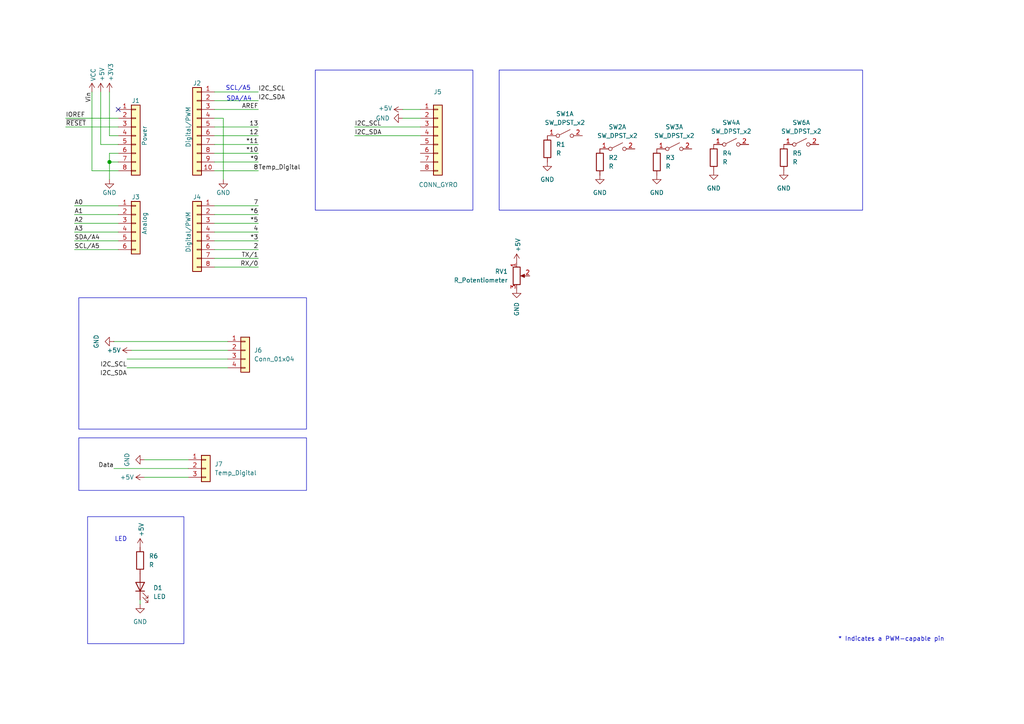
<source format=kicad_sch>
(kicad_sch (version 20231120) (generator "eeschema") (generator_version "8.0")
  (paper "A4")
  (title_block (title "Uno Shield thermal pro") (date "2025-01-27") (rev "1.0") (company "Ali G"))
  (lib_symbols
    (symbol "+5V_2" (power) (pin_numbers hide) (pin_names (offset 0) hide)
      (property "Value" "+5V" (at 0 3.556 0))
      (symbol "+5V_2_0_1"
        (polyline (pts (xy -0.762 1.27) (xy 0 2.54)))
        (polyline (pts (xy 0 0) (xy 0 2.54)))
        (polyline (pts (xy 0 2.54) (xy 0.762 1.27)))
      )
      (symbol "+5V_2_1_1"
        (pin power_in line (at 0 0 90) (length 0) (name "~") (number "1"))
      )
    )
    (symbol "Connector_Generic:Conn_01x03" (pin_names (offset 1.016) hide)
      (property "Reference" "J" (at 0 5.08 0))
      (property "Value" "Conn_01x03" (at 0 -5.08 0))
      (symbol "Conn_01x03_1_1"
        (rectangle (start -1.27 -2.413) (end 0 -2.667) (stroke (width 0.1524)))
        (rectangle (start -1.27 0.127) (end 0 -0.127) (stroke (width 0.1524)))
        (rectangle (start -1.27 2.667) (end 0 2.413) (stroke (width 0.1524)))
        (rectangle (start -1.27 3.81) (end 1.27 -3.81) (stroke (width 0.254)) (fill (type background)))
        (pin passive line (at -5.08 2.54 0) (length 3.81) (name "Pin_1") (number "1"))
        (pin passive line (at -5.08 0 0) (length 3.81) (name "Pin_2") (number "2"))
        (pin passive line (at -5.08 -2.54 0) (length 3.81) (name "Pin_3") (number "3"))
      )
    )
    (symbol "Connector_Generic:Conn_01x04" (pin_names (offset 1.016) hide)
      (property "Reference" "J" (at 0 5.08 0))
      (property "Value" "Conn_01x04" (at 0 -7.62 0))
      (symbol "Conn_01x04_1_1"
        (rectangle (start -1.27 -4.953) (end 0 -5.207) (stroke (width 0.1524)))
        (rectangle (start -1.27 -2.413) (end 0 -2.667) (stroke (width 0.1524)))
        (rectangle (start -1.27 0.127) (end 0 -0.127) (stroke (width 0.1524)))
        (rectangle (start -1.27 2.667) (end 0 2.413) (stroke (width 0.1524)))
        (rectangle (start -1.27 3.81) (end 1.27 -6.35) (stroke (width 0.254)) (fill (type background)))
        (pin passive line (at -5.08 2.54 0) (length 3.81) (name "Pin_1") (number "1"))
        (pin passive line (at -5.08 0 0) (length 3.81) (name "Pin_2") (number "2"))
        (pin passive line (at -5.08 -2.54 0) (length 3.81) (name "Pin_3") (number "3"))
        (pin passive line (at -5.08 -5.08 0) (length 3.81) (name "Pin_4") (number "4"))
      )
    )
    (symbol "Connector_Generic:Conn_01x06" (pin_names (offset 1.016) hide)
      (property "Reference" "J" (at 0 7.62 0))
      (property "Value" "Conn_01x06" (at 0 -10.16 0))
      (symbol "Conn_01x06_1_1"
        (rectangle (start -1.27 -7.493) (end 0 -7.747) (stroke (width 0.1524)))
        (rectangle (start -1.27 -4.953) (end 0 -5.207) (stroke (width 0.1524)))
        (rectangle (start -1.27 -2.413) (end 0 -2.667) (stroke (width 0.1524)))
        (rectangle (start -1.27 0.127) (end 0 -0.127) (stroke (width 0.1524)))
        (rectangle (start -1.27 2.667) (end 0 2.413) (stroke (width 0.1524)))
        (rectangle (start -1.27 5.207) (end 0 4.953) (stroke (width 0.1524)))
        (rectangle (start -1.27 6.35) (end 1.27 -8.89) (stroke (width 0.254)) (fill (type background)))
        (pin passive line (at -5.08 5.08 0) (length 3.81) (name "Pin_1") (number "1"))
        (pin passive line (at -5.08 2.54 0) (length 3.81) (name "Pin_2") (number "2"))
        (pin passive line (at -5.08 0 0) (length 3.81) (name "Pin_3") (number "3"))
        (pin passive line (at -5.08 -2.54 0) (length 3.81) (name "Pin_4") (number "4"))
        (pin passive line (at -5.08 -5.08 0) (length 3.81) (name "Pin_5") (number "5"))
        (pin passive line (at -5.08 -7.62 0) (length 3.81) (name "Pin_6") (number "6"))
      )
    )
    (symbol "Connector_Generic:Conn_01x08" (pin_names (offset 1.016) hide)
      (property "Reference" "J" (at 0 10.16 0))
      (property "Value" "Conn_01x08" (at 0 -12.7 0))
      (symbol "Conn_01x08_1_1"
        (rectangle (start -1.27 -10.033) (end 0 -10.287) (stroke (width 0.1524)))
        (rectangle (start -1.27 -7.493) (end 0 -7.747) (stroke (width 0.1524)))
        (rectangle (start -1.27 -4.953) (end 0 -5.207) (stroke (width 0.1524)))
        (rectangle (start -1.27 -2.413) (end 0 -2.667) (stroke (width 0.1524)))
        (rectangle (start -1.27 0.127) (end 0 -0.127) (stroke (width 0.1524)))
        (rectangle (start -1.27 2.667) (end 0 2.413) (stroke (width 0.1524)))
        (rectangle (start -1.27 5.207) (end 0 4.953) (stroke (width 0.1524)))
        (rectangle (start -1.27 7.747) (end 0 7.493) (stroke (width 0.1524)))
        (rectangle (start -1.27 8.89) (end 1.27 -11.43) (stroke (width 0.254)) (fill (type background)))
        (pin passive line (at -5.08 7.62 0) (length 3.81) (name "Pin_1") (number "1"))
        (pin passive line (at -5.08 5.08 0) (length 3.81) (name "Pin_2") (number "2"))
        (pin passive line (at -5.08 2.54 0) (length 3.81) (name "Pin_3") (number "3"))
        (pin passive line (at -5.08 0 0) (length 3.81) (name "Pin_4") (number "4"))
        (pin passive line (at -5.08 -2.54 0) (length 3.81) (name "Pin_5") (number "5"))
        (pin passive line (at -5.08 -5.08 0) (length 3.81) (name "Pin_6") (number "6"))
        (pin passive line (at -5.08 -7.62 0) (length 3.81) (name "Pin_7") (number "7"))
        (pin passive line (at -5.08 -10.16 0) (length 3.81) (name "Pin_8") (number "8"))
      )
    )
    (symbol "Connector_Generic:Conn_01x10" (pin_names (offset 1.016) hide)
      (property "Reference" "J" (at 0 12.7 0))
      (property "Value" "Conn_01x10" (at 0 -15.24 0))
      (symbol "Conn_01x10_1_1"
        (rectangle (start -1.27 -12.573) (end 0 -12.827) (stroke (width 0.1524)))
        (rectangle (start -1.27 -10.033) (end 0 -10.287) (stroke (width 0.1524)))
        (rectangle (start -1.27 -7.493) (end 0 -7.747) (stroke (width 0.1524)))
        (rectangle (start -1.27 -4.953) (end 0 -5.207) (stroke (width 0.1524)))
        (rectangle (start -1.27 -2.413) (end 0 -2.667) (stroke (width 0.1524)))
        (rectangle (start -1.27 0.127) (end 0 -0.127) (stroke (width 0.1524)))
        (rectangle (start -1.27 2.667) (end 0 2.413) (stroke (width 0.1524)))
        (rectangle (start -1.27 5.207) (end 0 4.953) (stroke (width 0.1524)))
        (rectangle (start -1.27 7.747) (end 0 7.493) (stroke (width 0.1524)))
        (rectangle (start -1.27 10.287) (end 0 10.033) (stroke (width 0.1524)))
        (rectangle (start -1.27 11.43) (end 1.27 -13.97) (stroke (width 0.254)) (fill (type background)))
        (pin passive line (at -5.08 10.16 0) (length 3.81) (name "Pin_1") (number "1"))
        (pin passive line (at -5.08 -12.7 0) (length 3.81) (name "Pin_10") (number "10"))
        (pin passive line (at -5.08 7.62 0) (length 3.81) (name "Pin_2") (number "2"))
        (pin passive line (at -5.08 5.08 0) (length 3.81) (name "Pin_3") (number "3"))
        (pin passive line (at -5.08 2.54 0) (length 3.81) (name "Pin_4") (number "4"))
        (pin passive line (at -5.08 0 0) (length 3.81) (name "Pin_5") (number "5"))
        (pin passive line (at -5.08 -2.54 0) (length 3.81) (name "Pin_6") (number "6"))
        (pin passive line (at -5.08 -5.08 0) (length 3.81) (name "Pin_7") (number "7"))
        (pin passive line (at -5.08 -7.62 0) (length 3.81) (name "Pin_8") (number "8"))
        (pin passive line (at -5.08 -10.16 0) (length 3.81) (name "Pin_9") (number "9"))
      )
    )
    (symbol "Device:LED" (pin_numbers hide) (pin_names (offset 1.016) hide)
      (property "Reference" "D" (at 0 2.54 0))
      (property "Value" "LED" (at 0 -2.54 0))
      (symbol "LED_0_1"
        (polyline (pts (xy -1.27 -1.27) (xy -1.27 1.27)) (stroke (width 0.254)))
        (polyline (pts (xy -1.27 0) (xy 1.27 0)))
        (polyline (pts (xy 1.27 -1.27) (xy 1.27 1.27) (xy -1.27 0) (xy 1.27 -1.27)) (stroke (width 0.254)))
        (polyline (pts (xy -3.048 -0.762) (xy -4.572 -2.286) (xy -3.81 -2.286) (xy -4.572 -2.286) (xy -4.572 -1.524)))
        (polyline (pts (xy -1.778 -0.762) (xy -3.302 -2.286) (xy -2.54 -2.286) (xy -3.302 -2.286) (xy -3.302 -1.524)))
      )
      (symbol "LED_1_1"
        (pin passive line (at -3.81 0 0) (length 2.54) (name "K") (number "1"))
        (pin passive line (at 3.81 0 180) (length 2.54) (name "A") (number "2"))
      )
    )
    (symbol "Device:R" (pin_numbers hide) (pin_names (offset 0))
      (property "Reference" "R" (at 2.032 0 90))
      (property "Value" "R" (at 0 0 90))
      (symbol "R_0_1"
        (rectangle (start -1.016 -2.54) (end 1.016 2.54) (stroke (width 0.254)))
      )
      (symbol "R_1_1"
        (pin passive line (at 0 3.81 270) (length 1.27) (name "~") (number "1"))
        (pin passive line (at 0 -3.81 90) (length 1.27) (name "~") (number "2"))
      )
    )
    (symbol "Device:R_Potentiometer" (pin_names (offset 1.016) hide)
      (property "Reference" "RV" (at -4.445 0 90))
      (property "Value" "R_Potentiometer" (at -2.54 0 90))
      (symbol "R_Potentiometer_0_1"
        (polyline (pts (xy 2.54 0) (xy 1.524 0)))
        (polyline (pts (xy 1.143 0) (xy 2.286 0.508) (xy 2.286 -0.508) (xy 1.143 0)) (fill (type outline)))
        (rectangle (start 1.016 2.54) (end -1.016 -2.54) (stroke (width 0.254)))
      )
      (symbol "R_Potentiometer_1_1"
        (pin passive line (at 0 3.81 270) (length 1.27) (name "1") (number "1"))
        (pin passive line (at 3.81 0 180) (length 1.27) (name "2") (number "2"))
        (pin passive line (at 0 -3.81 90) (length 1.27) (name "3") (number "3"))
      )
    )
    (symbol "GND_1" (power) (pin_numbers hide) (pin_names (offset 0) hide)
      (property "Value" "GND" (at 0 -3.81 0))
      (symbol "GND_1_0_1"
        (polyline (pts (xy 0 0) (xy 0 -1.27) (xy 1.27 -1.27) (xy 0 -2.54) (xy -1.27 -1.27) (xy 0 -1.27)))
      )
      (symbol "GND_1_1_1"
        (pin power_in line (at 0 0 270) (length 0) (name "~") (number "1"))
      )
    )
    (symbol "GND_2" (power) (pin_numbers hide) (pin_names (offset 0) hide)
      (property "Value" "GND" (at 0 -3.81 0))
      (symbol "GND_2_0_1"
        (polyline (pts (xy 0 0) (xy 0 -1.27) (xy 1.27 -1.27) (xy 0 -2.54) (xy -1.27 -1.27) (xy 0 -1.27)))
      )
      (symbol "GND_2_1_1"
        (pin power_in line (at 0 0 270) (length 0) (name "~") (number "1"))
      )
    )
    (symbol "GND_3" (power) (pin_numbers hide) (pin_names (offset 0) hide)
      (property "Value" "GND" (at 0 -3.81 0))
      (symbol "GND_3_0_1"
        (polyline (pts (xy 0 0) (xy 0 -1.27) (xy 1.27 -1.27) (xy 0 -2.54) (xy -1.27 -1.27) (xy 0 -1.27)))
      )
      (symbol "GND_3_1_1"
        (pin power_in line (at 0 0 270) (length 0) (name "~") (number "1"))
      )
    )
    (symbol "Switch:SW_DPST_x2" (pin_names (offset 0) hide)
      (property "Reference" "SW" (at 0 3.175 0))
      (property "Value" "SW_DPST_x2" (at 0 -2.54 0))
      (symbol "SW_DPST_x2_0_0"
        (circle (center -2.032 0) (radius 0.508))
        (polyline (pts (xy -1.524 0.254) (xy 1.524 1.778)))
        (circle (center 2.032 0) (radius 0.508))
      )
      (symbol "SW_DPST_x2_1_1"
        (pin passive line (at -5.08 0 0) (length 2.54) (name "A") (number "1"))
        (pin passive line (at 5.08 0 180) (length 2.54) (name "B") (number "2"))
      )
      (symbol "SW_DPST_x2_2_1"
        (pin passive line (at -5.08 0 0) (length 2.54) (name "A") (number "3"))
        (pin passive line (at 5.08 0 180) (length 2.54) (name "B") (number "4"))
      )
    )
    (symbol "power:+3V3" (power) (pin_names (offset 0))
      (property "Value" "+3V3" (at 0 3.556 0))
      (symbol "+3V3_0_1"
        (polyline (pts (xy -0.762 1.27) (xy 0 2.54)))
        (polyline (pts (xy 0 0) (xy 0 2.54)))
        (polyline (pts (xy 0 2.54) (xy 0.762 1.27)))
      )
      (symbol "+3V3_1_1"
        (pin power_in line (at 0 0 90) (length 0) hide (name "+3V3") (number "1"))
      )
    )
    (symbol "power:+5V" (power) (pin_names (offset 0))
      (property "Value" "+5V" (at 0 3.556 0))
      (symbol "+5V_0_1"
        (polyline (pts (xy -0.762 1.27) (xy 0 2.54)))
        (polyline (pts (xy 0 0) (xy 0 2.54)))
        (polyline (pts (xy 0 2.54) (xy 0.762 1.27)))
      )
      (symbol "+5V_1_1"
        (pin power_in line (at 0 0 90) (length 0) hide (name "+5V") (number "1"))
      )
    )
    (symbol "power:GND" (power) (pin_names (offset 0))
      (property "Value" "GND" (at 0 -3.81 0))
      (symbol "GND_0_1"
        (polyline (pts (xy 0 0) (xy 0 -1.27) (xy 1.27 -1.27) (xy 0 -2.54) (xy -1.27 -1.27) (xy 0 -1.27)))
      )
      (symbol "GND_1_1"
        (pin power_in line (at 0 0 270) (length 0) hide (name "GND") (number "1"))
      )
    )
    (symbol "power:VCC" (power) (pin_names (offset 0))
      (property "Value" "VCC" (at 0 3.81 0))
      (symbol "VCC_0_1"
        (polyline (pts (xy -0.762 1.27) (xy 0 2.54)))
        (polyline (pts (xy 0 0) (xy 0 2.54)))
        (polyline (pts (xy 0 2.54) (xy 0.762 1.27)))
      )
      (symbol "VCC_1_1"
        (pin power_in line (at 0 0 90) (length 0) hide (name "VCC") (number "1"))
      )
    )
  )
  (junction (at 31.75 46.99) (diameter 1.016))
  (no_connect (at 34.29 31.75))
  (wire (pts (xy 62.23 77.47) (xy 74.93 77.47)))
  (wire (pts (xy 41.91 133.35) (xy 54.61 133.35)))
  (wire (pts (xy 62.23 44.45) (xy 74.93 44.45)))
  (wire (pts (xy 62.23 26.67) (xy 74.93 26.67)))
  (wire (pts (xy 41.91 138.43) (xy 54.61 138.43)))
  (wire (pts (xy 31.75 44.45) (xy 31.75 46.99)))
  (wire (pts (xy 21.59 72.39) (xy 34.29 72.39)))
  (wire (pts (xy 31.75 46.99) (xy 31.75 52.07)))
  (wire (pts (xy 31.75 39.37) (xy 34.29 39.37)))
  (wire (pts (xy 29.21 41.91) (xy 34.29 41.91)))
  (wire (pts (xy 29.21 26.67) (xy 29.21 41.91)))
  (wire (pts (xy 62.23 36.83) (xy 74.93 36.83)))
  (wire (pts (xy 31.75 26.67) (xy 31.75 39.37)))
  (wire (pts (xy 62.23 59.69) (xy 74.93 59.69)))
  (wire (pts (xy 34.29 59.69) (xy 21.59 59.69)))
  (wire (pts (xy 62.23 39.37) (xy 74.93 39.37)))
  (wire (pts (xy 62.23 62.23) (xy 74.93 62.23)))
  (wire (pts (xy 62.23 46.99) (xy 74.93 46.99)))
  (wire (pts (xy 62.23 67.31) (xy 74.93 67.31)))
  (wire (pts (xy 116.84 34.29) (xy 121.92 34.29)))
  (wire (pts (xy 19.05 34.29) (xy 34.29 34.29)))
  (wire (pts (xy 33.02 135.89) (xy 54.61 135.89)))
  (wire (pts (xy 64.77 34.29) (xy 64.77 52.07)))
  (wire (pts (xy 102.87 39.37) (xy 121.92 39.37)))
  (wire (pts (xy 33.02 99.06) (xy 66.04 99.06)))
  (wire (pts (xy 62.23 31.75) (xy 74.93 31.75)))
  (wire (pts (xy 34.29 64.77) (xy 21.59 64.77)))
  (wire (pts (xy 19.05 36.83) (xy 34.29 36.83)))
  (wire (pts (xy 34.29 46.99) (xy 31.75 46.99)))
  (wire (pts (xy 40.64 173.99) (xy 40.64 175.26)))
  (wire (pts (xy 34.29 49.53) (xy 26.67 49.53)))
  (wire (pts (xy 21.59 62.23) (xy 34.29 62.23)))
  (wire (pts (xy 102.87 36.83) (xy 121.92 36.83)))
  (wire (pts (xy 62.23 34.29) (xy 64.77 34.29)))
  (wire (pts (xy 34.29 44.45) (xy 31.75 44.45)))
  (wire (pts (xy 62.23 41.91) (xy 74.93 41.91)))
  (wire (pts (xy 62.23 64.77) (xy 74.93 64.77)))
  (wire (pts (xy 116.84 31.75) (xy 121.92 31.75)))
  (wire (pts (xy 21.59 67.31) (xy 34.29 67.31)))
  (wire (pts (xy 66.04 106.68) (xy 36.83 106.68)))
  (wire (pts (xy 62.23 29.21) (xy 74.93 29.21)))
  (wire (pts (xy 62.23 72.39) (xy 74.93 72.39)))
  (wire (pts (xy 62.23 69.85) (xy 74.93 69.85)))
  (wire (pts (xy 66.04 104.14) (xy 36.83 104.14)))
  (wire (pts (xy 38.1 101.6) (xy 66.04 101.6)))
  (wire (pts (xy 62.23 74.93) (xy 74.93 74.93)))
  (wire (pts (xy 26.67 49.53) (xy 26.67 26.67)))
  (wire (pts (xy 34.29 69.85) (xy 21.59 69.85)))
  (wire (pts (xy 62.23 49.53) (xy 74.93 49.53)))
  (rectangle (start 25.4 149.86) (end 53.34 186.69))
  (rectangle (start 22.86 127) (end 88.9 142.24))
  (rectangle (start 144.78 20.32) (end 250.19 60.96))
  (rectangle (start 91.44 20.32) (end 137.16 60.96))
  (text_box "" (at 22.86 86.36 0) (size 66.04 38.1) (effects (font (size 1.27 1.27)) (justify left top)))
  (text "SDA/A4" (at 69.342 28.702 0) (effects (font (size 1.27 1.27))))
  (text "LED\n" (at 35.052 156.464 0) (effects (font (size 1.27 1.27))))
  (text "SCL/A5" (at 69.088 25.654 0) (effects (font (size 1.27 1.27))))
  (text "* Indicates a PWM-capable pin" (at 243.078 186.182 0) (effects (font (size 1.27 1.27)) (justify left bottom)))
  (label "RX{slash}0" (at 74.93 77.47 180))
  (label "A2" (at 21.59 64.77 0))
  (label "4" (at 74.93 67.31 180))
  (label "2" (at 74.93 72.39 180))
  (label "A3" (at 21.59 67.31 0))
  (label "13" (at 74.93 36.83 180))
  (label "I2C_SCL" (at 102.87 36.83 0))
  (label "Temp_Digital" (at 74.93 49.53 0))
  (label "12" (at 74.93 39.37 180))
  (label "~{RESET}" (at 19.05 36.83 0))
  (label "I2C_SDA" (at 36.83 109.22 180))
  (label "*10" (at 74.93 44.45 180))
  (label "I2C_SDA" (at 74.93 29.21 0))
  (label "7" (at 74.93 59.69 180))
  (label "8" (at 74.93 49.53 180))
  (label "*11" (at 74.93 41.91 180))
  (label "*3" (at 74.93 69.85 180))
  (label "I2C_SDA" (at 102.87 39.37 0))
  (label "A1" (at 21.59 62.23 0))
  (label "TX{slash}1" (at 74.93 74.93 180))
  (label "I2C_SCL" (at 36.83 106.68 180))
  (label "A0" (at 21.59 59.69 0))
  (label "AREF" (at 74.93 31.75 180))
  (label "Vin" (at 26.67 26.67 270))
  (label "*6" (at 74.93 62.23 180))
  (label "*9" (at 74.93 46.99 180))
  (label "I2C_SCL" (at 74.93 26.67 0))
  (label "*5" (at 74.93 64.77 180))
  (label "IOREF" (at 19.05 34.29 0))
  (label "SDA{slash}A4" (at 21.59 69.85 0))
  (label "Data" (at 33.02 135.89 180))
  (label "SCL{slash}A5" (at 21.59 72.39 0))
  (symbol (lib_id "Connector_Generic:Conn_01x08") (at 39.37 39.37 0) (unit 1)
    (property "Reference" "J1" (at 39.37 29.21 0))
    (property "Value" "Power" (at 41.91 39.37 90))
    (property "Footprint" "Connector_PinSocket_2.54mm:PinSocket_1x08_P2.54mm_Vertical" (effects (hide yes)))
  )
  (symbol (lib_id "power:+3V3") (at 31.75 26.67 0) (unit 1)
    (property "Reference" "#PWR03" (effects (hide yes)))
    (property "Value" "+3V3" (at 32.131 23.622 90) (effects (justify left)))
  )
  (symbol (lib_id "power:+5V") (at 29.21 26.67 0) (unit 1)
    (property "Reference" "#PWR02" (effects (hide yes)))
    (property "Value" "+5V" (at 29.5656 23.622 90) (effects (justify left)))
  )
  (symbol (lib_id "power:GND") (at 31.75 52.07 0) (unit 1)
    (property "Reference" "#PWR04" (effects (hide yes)))
    (property "Value" "GND" (at 31.75 55.88 0))
  )
  (symbol (lib_id "Connector_Generic:Conn_01x10") (at 57.15 36.83 0) (mirror y) (unit 1)
    (property "Reference" "J2" (at 57.15 24.13 0))
    (property "Value" "Digital/PWM" (at 54.61 36.83 90))
    (property "Footprint" "Connector_PinSocket_2.54mm:PinSocket_1x10_P2.54mm_Vertical" (effects (hide yes)))
  )
  (symbol (lib_id "power:GND") (at 64.77 52.07 0) (unit 1)
    (property "Reference" "#PWR05" (effects (hide yes)))
    (property "Value" "GND" (at 64.77 55.88 0))
  )
  (symbol (lib_id "Connector_Generic:Conn_01x06") (at 39.37 64.77 0) (unit 1)
    (property "Reference" "J3" (at 39.37 57.15 0))
    (property "Value" "Analog" (at 41.91 64.77 90))
    (property "Footprint" "Connector_PinSocket_2.54mm:PinSocket_1x06_P2.54mm_Vertical" (effects (hide yes)))
  )
  (symbol (lib_id "Connector_Generic:Conn_01x08") (at 57.15 67.31 0) (mirror y) (unit 1)
    (property "Reference" "J4" (at 57.15 57.15 0))
    (property "Value" "Digital/PWM" (at 54.61 67.31 90))
    (property "Footprint" "Connector_PinSocket_2.54mm:PinSocket_1x08_P2.54mm_Vertical" (effects (hide yes)))
  )
  (symbol (lib_id "Connector_Generic:Conn_01x03") (at 59.69 135.89 0) (unit 1)
    (property "Reference" "J7" (at 62.23 134.6199 0) (effects (justify left)))
    (property "Value" "Temp_Digital" (at 62.23 137.1599 0) (effects (justify left)))
    (property "Footprint" "Connector_JST:JST_XH_B3B-XH-A_1x03_P2.50mm_Vertical" (effects (hide yes)))
    (property "Description" "Generic connector, single row, 01x03, script generated (kicad-library-utils/schlib/autogen/connector/)" (effects (hide yes)))
  )
  (symbol (lib_name "GND_1") (lib_id "power:GND") (at 173.99 50.8 0) (unit 1)
    (property "Reference" "#PWR09" (effects (hide yes)))
    (property "Value" "GND" (at 173.99 55.88 0))
    (property "Description" "Power symbol creates a global label with name \"GND\" , ground" (effects (hide yes)))
  )
  (symbol (lib_id "Device:R") (at 158.75 43.18 180) (unit 1)
    (property "Reference" "R1" (at 161.29 41.9099 0) (effects (justify right)))
    (property "Value" "R" (at 161.29 44.4499 0) (effects (justify right)))
    (property "Footprint" "Resistor_THT:R_Axial_DIN0207_L6.3mm_D2.5mm_P10.16mm_Horizontal" (effects (hide yes)))
    (property "Description" "Resistor" (effects (hide yes)))
  )
  (symbol (lib_name "GND_1") (lib_id "power:GND") (at 158.75 46.99 0) (unit 1)
    (property "Reference" "#PWR08" (effects (hide yes)))
    (property "Value" "GND" (at 158.75 52.07 0))
    (property "Description" "Power symbol creates a global label with name \"GND\" , ground" (effects (hide yes)))
  )
  (symbol (lib_name "+5V_2") (lib_id "power:+5V") (at 38.1 101.6 90) (unit 1)
    (property "Reference" "#PWR014" (effects (hide yes)))
    (property "Value" "+5V" (at 33.02 101.6 90))
    (property "Description" "Power symbol creates a global label with name \"+5V\"" (effects (hide yes)))
  )
  (symbol (lib_id "power:+5V") (at 149.86 76.2 0) (unit 1)
    (property "Reference" "#PWR019" (effects (hide yes)))
    (property "Value" "+5V" (at 150.2156 73.152 90) (effects (justify left)))
  )
  (symbol (lib_id "power:+5V") (at 40.64 158.75 0) (unit 1)
    (property "Reference" "#PWR018" (effects (hide yes)))
    (property "Value" "+5V" (at 40.9956 155.702 90) (effects (justify left)))
  )
  (symbol (lib_id "Device:R") (at 173.99 46.99 180) (unit 1)
    (property "Reference" "R2" (at 176.53 45.7199 0) (effects (justify right)))
    (property "Value" "R" (at 176.53 48.2599 0) (effects (justify right)))
    (property "Footprint" "Resistor_THT:R_Axial_DIN0207_L6.3mm_D2.5mm_P10.16mm_Horizontal" (effects (hide yes)))
    (property "Description" "Resistor" (effects (hide yes)))
  )
  (symbol (lib_id "Connector_Generic:Conn_01x08") (at 127 39.37 0) (unit 1)
    (property "Reference" "J5" (at 125.73 26.67 0) (effects (justify left)))
    (property "Value" "CONN_GYRO" (at 121.412 53.594 0) (effects (justify left)))
    (property "Footprint" "Connector_PinSocket_2.54mm:PinSocket_1x08_P2.54mm_Vertical" (effects (hide yes)))
    (property "Description" "Generic connector, single row, 01x08, script generated (kicad-library-utils/schlib/autogen/connector/)" (effects (hide yes)))
  )
  (symbol (lib_id "power:+5V") (at 116.84 31.75 90) (unit 1)
    (property "Reference" "#PWR07" (effects (hide yes)))
    (property "Value" "+5V" (at 113.792 31.3944 90) (effects (justify left)))
  )
  (symbol (lib_id "Switch:SW_DPST_x2") (at 212.09 41.91 0) (unit 1)
    (property "Reference" "SW4" (at 212.09 35.56 0))
    (property "Value" "SW_DPST_x2" (at 212.09 38.1 0))
    (property "Footprint" "Button_Switch_THT:SW_PUSH_6mm" (effects (hide yes)))
    (property "Description" "Single Pole Single Throw (SPST) switch, separate symbol" (effects (hide yes)))
  )
  (symbol (lib_id "power:VCC") (at 26.67 26.67 0) (unit 1)
    (property "Reference" "#PWR01" (effects (hide yes)))
    (property "Value" "VCC" (at 27.051 23.622 90) (effects (justify left)))
  )
  (symbol (lib_id "Device:R_Potentiometer") (at 149.86 80.01 0) (unit 1)
    (property "Reference" "RV1" (at 147.32 78.7399 0) (effects (justify right)))
    (property "Value" "R_Potentiometer" (at 147.32 81.2799 0) (effects (justify right)))
    (property "Footprint" "Potentiometer_THT:Potentiometer_Bourns_3386P_Vertical" (effects (hide yes)))
    (property "Description" "Potentiometer" (effects (hide yes)))
  )
  (symbol (lib_id "Switch:SW_DPST_x2") (at 232.41 41.91 0) (unit 1)
    (property "Reference" "SW6" (at 232.41 35.56 0))
    (property "Value" "SW_DPST_x2" (at 232.41 38.1 0))
    (property "Footprint" "Button_Switch_THT:SW_PUSH_6mm" (effects (hide yes)))
    (property "Description" "Single Pole Single Throw (SPST) switch, separate symbol" (effects (hide yes)))
  )
  (symbol (lib_id "Switch:SW_DPST_x2") (at 179.07 43.18 0) (unit 1)
    (property "Reference" "SW2" (at 179.07 36.83 0))
    (property "Value" "SW_DPST_x2" (at 179.07 39.37 0))
    (property "Footprint" "Button_Switch_THT:SW_PUSH_6mm" (effects (hide yes)))
    (property "Description" "Single Pole Single Throw (SPST) switch, separate symbol" (effects (hide yes)))
  )
  (symbol (lib_name "GND_3") (lib_id "power:GND") (at 40.64 175.26 0) (unit 1)
    (property "Reference" "#PWR017" (effects (hide yes)))
    (property "Value" "GND" (at 40.64 180.34 0))
    (property "Description" "Power symbol creates a global label with name \"GND\" , ground" (effects (hide yes)))
  )
  (symbol (lib_id "Connector_Generic:Conn_01x04") (at 71.12 101.6 0) (unit 1)
    (property "Reference" "J6" (at 73.66 101.5999 0) (effects (justify left)))
    (property "Value" "Conn_01x04" (at 73.66 104.1399 0) (effects (justify left)))
    (property "Footprint" "Connector_PinSocket_2.54mm:PinSocket_1x04_P2.54mm_Vertical" (effects (hide yes)))
    (property "Description" "Generic connector, single row, 01x04, script generated (kicad-library-utils/schlib/autogen/connector/)" (effects (hide yes)))
  )
  (symbol (lib_name "GND_1") (lib_id "power:GND") (at 227.33 49.53 0) (unit 1)
    (property "Reference" "#PWR012" (effects (hide yes)))
    (property "Value" "GND" (at 227.33 54.61 0))
    (property "Description" "Power symbol creates a global label with name \"GND\" , ground" (effects (hide yes)))
  )
  (symbol (lib_id "Switch:SW_DPST_x2") (at 163.83 39.37 0) (unit 1)
    (property "Reference" "SW1" (at 163.83 33.02 0))
    (property "Value" "SW_DPST_x2" (at 163.83 35.56 0))
    (property "Footprint" "Button_Switch_THT:SW_PUSH_6mm" (effects (hide yes)))
    (property "Description" "Single Pole Single Throw (SPST) switch, separate symbol" (effects (hide yes)))
  )
  (symbol (lib_id "Device:R") (at 207.01 45.72 180) (unit 1)
    (property "Reference" "R4" (at 209.55 44.4499 0) (effects (justify right)))
    (property "Value" "R" (at 209.55 46.9899 0) (effects (justify right)))
    (property "Footprint" "Resistor_THT:R_Axial_DIN0207_L6.3mm_D2.5mm_P10.16mm_Horizontal" (effects (hide yes)))
    (property "Description" "Resistor" (effects (hide yes)))
  )
  (symbol (lib_name "+5V_2") (lib_id "power:+5V") (at 41.91 138.43 90) (unit 1)
    (property "Reference" "#PWR016" (effects (hide yes)))
    (property "Value" "+5V" (at 36.83 138.43 90))
    (property "Description" "Power symbol creates a global label with name \"+5V\"" (effects (hide yes)))
  )
  (symbol (lib_id "Device:R") (at 190.5 46.99 180) (unit 1)
    (property "Reference" "R3" (at 193.04 45.7199 0) (effects (justify right)))
    (property "Value" "R" (at 193.04 48.2599 0) (effects (justify right)))
    (property "Footprint" "Resistor_THT:R_Axial_DIN0207_L6.3mm_D2.5mm_P10.16mm_Horizontal" (effects (hide yes)))
    (property "Description" "Resistor" (effects (hide yes)))
  )
  (symbol (lib_name "GND_1") (lib_id "power:GND") (at 207.01 49.53 0) (unit 1)
    (property "Reference" "#PWR011" (effects (hide yes)))
    (property "Value" "GND" (at 207.01 54.61 0))
    (property "Description" "Power symbol creates a global label with name \"GND\" , ground" (effects (hide yes)))
  )
  (symbol (lib_id "power:GND") (at 149.86 83.82 0) (unit 1)
    (property "Reference" "#PWR020" (effects (hide yes)))
    (property "Value" "GND" (at 149.86 89.662 90))
  )
  (symbol (lib_name "GND_1") (lib_id "power:GND") (at 190.5 50.8 0) (unit 1)
    (property "Reference" "#PWR010" (effects (hide yes)))
    (property "Value" "GND" (at 190.5 55.88 0))
    (property "Description" "Power symbol creates a global label with name \"GND\" , ground" (effects (hide yes)))
  )
  (symbol (lib_id "Device:LED") (at 40.64 170.18 90) (unit 1)
    (property "Reference" "D1" (at 44.45 170.4974 90) (effects (justify right)))
    (property "Value" "LED" (at 44.45 173.0374 90) (effects (justify right)))
    (property "Footprint" "LED_THT:LED_D5.0mm" (effects (hide yes)))
    (property "Description" "Light emitting diode" (effects (hide yes)))
  )
  (symbol (lib_name "GND_2") (lib_id "power:GND") (at 41.91 133.35 270) (unit 1)
    (property "Reference" "#PWR015" (effects (hide yes)))
    (property "Value" "GND" (at 36.83 133.35 0))
    (property "Description" "Power symbol creates a global label with name \"GND\" , ground" (effects (hide yes)))
  )
  (symbol (lib_name "GND_2") (lib_id "power:GND") (at 33.02 99.06 270) (unit 1)
    (property "Reference" "#PWR013" (effects (hide yes)))
    (property "Value" "GND" (at 27.94 99.06 0))
    (property "Description" "Power symbol creates a global label with name \"GND\" , ground" (effects (hide yes)))
  )
  (symbol (lib_id "Device:R") (at 40.64 162.56 0) (unit 1)
    (property "Reference" "R6" (at 43.18 161.2899 0) (effects (justify left)))
    (property "Value" "R" (at 43.18 163.8299 0) (effects (justify left)))
    (property "Footprint" "Resistor_THT:R_Axial_DIN0207_L6.3mm_D2.5mm_P10.16mm_Horizontal" (effects (hide yes)))
    (property "Description" "Resistor" (effects (hide yes)))
  )
  (symbol (lib_id "power:GND") (at 116.84 34.29 270) (unit 1)
    (property "Reference" "#PWR06" (effects (hide yes)))
    (property "Value" "GND" (at 110.998 34.29 90))
  )
  (symbol (lib_id "Switch:SW_DPST_x2") (at 195.58 43.18 0) (unit 1)
    (property "Reference" "SW3" (at 195.58 36.83 0))
    (property "Value" "SW_DPST_x2" (at 195.58 39.37 0))
    (property "Footprint" "Button_Switch_THT:SW_PUSH_6mm" (effects (hide yes)))
    (property "Description" "Single Pole Single Throw (SPST) switch, separate symbol" (effects (hide yes)))
  )
  (symbol (lib_id "Device:R") (at 227.33 45.72 180) (unit 1)
    (property "Reference" "R5" (at 229.87 44.4499 0) (effects (justify right)))
    (property "Value" "R" (at 229.87 46.9899 0) (effects (justify right)))
    (property "Footprint" "Resistor_THT:R_Axial_DIN0207_L6.3mm_D2.5mm_P10.16mm_Horizontal" (effects (hide yes)))
    (property "Description" "Resistor" (effects (hide yes)))
  )
)
</source>
